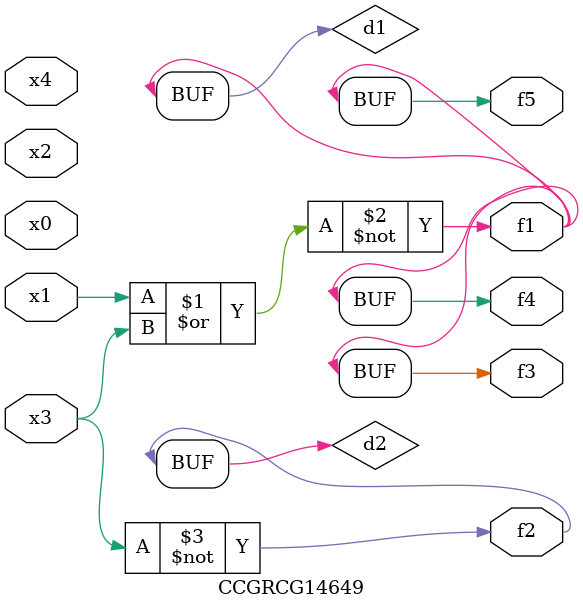
<source format=v>
module CCGRCG14649(
	input x0, x1, x2, x3, x4,
	output f1, f2, f3, f4, f5
);

	wire d1, d2;

	nor (d1, x1, x3);
	not (d2, x3);
	assign f1 = d1;
	assign f2 = d2;
	assign f3 = d1;
	assign f4 = d1;
	assign f5 = d1;
endmodule

</source>
